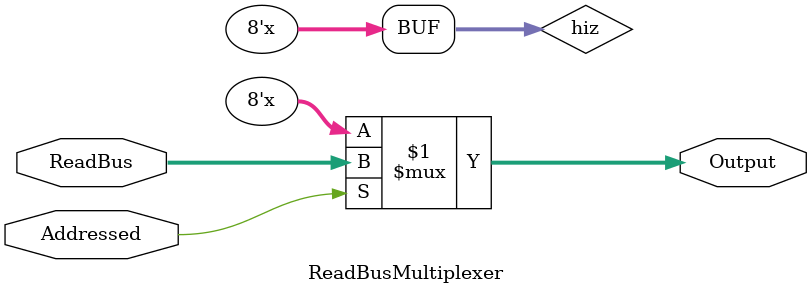
<source format=v>
module AddressableRegister # (parameter AddressWidth=8,parameter [AddressWidth-1:0] AddressValue='h00, parameter BitWidth=8) 
(input CLK, input _HOLD, input _RST, input[AddressWidth-1:0] AddressBus, input[BitWidth-1:0] DataIn,output [BitWidth-1:0] DataOut);
    wire [AddressWidth-1:0] Address;
    wand Addressed;
    wire CanReset;
    wire CanWrite;
    tri [BitWidth-1:0] ReadBus;


    genvar i;

    for (i=0;i<AddressWidth;i=i+1) begin
        if (AddressValue[i]==0)
            assign Address[i]=~AddressBus[i]; //NOT (make sure that a zero at this position makes the input a 1.)
        else
            assign Address[i]=AddressBus[i]; //BUFFER
    end

    
    for (i=0;i<AddressWidth;i=i+1) begin
        assign Addressed=Address[i];
    end
    
    assign CanReset=~(~_RST&Addressed);
    assign CanWrite=~(~_HOLD&Addressed);

    N_Bit_Register #(.BitWidth(BitWidth)) Register(.CLK(CLK),._HOLD(CanWrite),._RST(CanReset),.DataIn(DataIn),.DataOut(ReadBus));

    ReadBusMultiplexer #(.Width(BitWidth)) Multiplexer (.ReadBus(ReadBus),.Addressed(Addressed),.Output(DataOut));


endmodule
module ReadBusMultiplexer #(parameter Width=8) (input [Width-1:0] ReadBus,input Addressed,output [Width-1:0] Output);
    wire [Width-1:0] hiz;
    genvar i;
    for (i=0;i<Width;i=i+1) begin
        assign hiz[i]='bz;
    end
    assign Output=Addressed ? ReadBus : hiz;

endmodule
</source>
